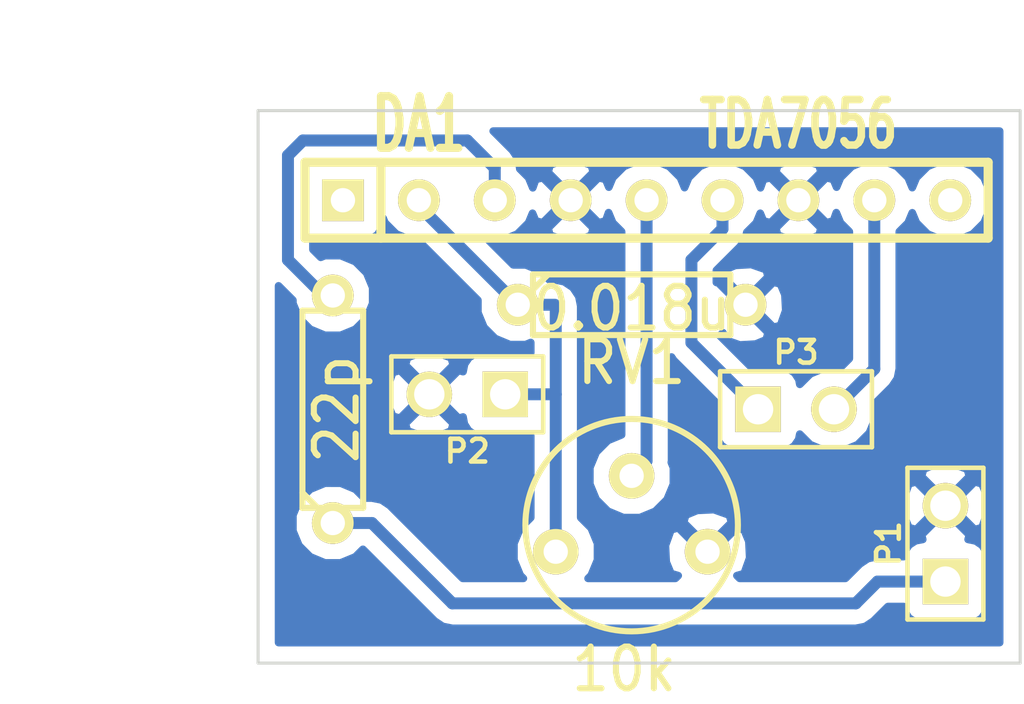
<source format=kicad_pcb>
(kicad_pcb (version 4) (host pcbnew 4.0.2+dfsg1-stable)

  (general
    (links 13)
    (no_connects 0)
    (area 126.449999 87.949999 152.050001 106.550001)
    (thickness 1.6)
    (drawings 6)
    (tracks 27)
    (zones 0)
    (modules 7)
    (nets 8)
  )

  (page A4)
  (title_block
    (rev B)
  )

  (layers
    (0 F.Cu signal)
    (31 B.Cu signal)
    (32 B.Adhes user)
    (33 F.Adhes user)
    (34 B.Paste user)
    (35 F.Paste user)
    (36 B.SilkS user)
    (37 F.SilkS user)
    (38 B.Mask user)
    (39 F.Mask user)
    (40 Dwgs.User user)
    (41 Cmts.User user)
    (42 Eco1.User user)
    (43 Eco2.User user)
    (44 Edge.Cuts user)
  )

  (setup
    (last_trace_width 0.4)
    (trace_clearance 0.3)
    (zone_clearance 0.508)
    (zone_45_only no)
    (trace_min 0.254)
    (segment_width 0.2)
    (edge_width 0.1)
    (via_size 1)
    (via_drill 0.6)
    (via_min_size 0.889)
    (via_min_drill 0.508)
    (uvia_size 0.508)
    (uvia_drill 0.127)
    (uvias_allowed no)
    (uvia_min_size 0.508)
    (uvia_min_drill 0.127)
    (pcb_text_width 0.3)
    (pcb_text_size 1.5 1.5)
    (mod_edge_width 0.15)
    (mod_text_size 1 1)
    (mod_text_width 0.15)
    (pad_size 1.5 1.5)
    (pad_drill 0.6)
    (pad_to_mask_clearance 0)
    (aux_axis_origin 0 0)
    (visible_elements FFFFFFAF)
    (pcbplotparams
      (layerselection 0x00030_80000001)
      (usegerberextensions true)
      (excludeedgelayer true)
      (linewidth 0.150000)
      (plotframeref false)
      (viasonmask false)
      (mode 1)
      (useauxorigin false)
      (hpglpennumber 1)
      (hpglpenspeed 20)
      (hpglpendiameter 15)
      (hpglpenoverlay 2)
      (psnegative false)
      (psa4output false)
      (plotreference true)
      (plotvalue true)
      (plotinvisibletext false)
      (padsonsilk false)
      (subtractmaskfromsilk false)
      (outputformat 1)
      (mirror false)
      (drillshape 1)
      (scaleselection 1)
      (outputdirectory ""))
  )

  (net 0 "")
  (net 1 GND)
  (net 2 "Net-(C1-Pad1)")
  (net 3 "Net-(C1-Pad2)")
  (net 4 "Net-(C2-Pad1)")
  (net 5 "Net-(DA1-Pad5)")
  (net 6 "Net-(DA1-Pad6)")
  (net 7 "Net-(DA1-Pad8)")

  (net_class Default "This is the default net class."
    (clearance 0.3)
    (trace_width 0.4)
    (via_dia 1)
    (via_drill 0.6)
    (uvia_dia 0.508)
    (uvia_drill 0.127)
    (add_net GND)
    (add_net "Net-(C1-Pad1)")
    (add_net "Net-(C1-Pad2)")
    (add_net "Net-(C2-Pad1)")
    (add_net "Net-(DA1-Pad5)")
    (add_net "Net-(DA1-Pad6)")
    (add_net "Net-(DA1-Pad8)")
  )

  (module SIL-9 (layer F.Cu) (tedit 200000) (tstamp 54995A09)
    (at 139.5 91)
    (descr "Connecteur 9 pins")
    (tags "CONN DEV")
    (path /54995A65)
    (fp_text reference DA1 (at -7.62 -2.54) (layer F.SilkS)
      (effects (font (size 1.72974 1.08712) (thickness 0.3048)))
    )
    (fp_text value TDA7056 (at 5.08 -2.54) (layer F.SilkS)
      (effects (font (size 1.524 1.016) (thickness 0.3048)))
    )
    (fp_line (start 11.43 -1.27) (end 11.43 1.27) (layer F.SilkS) (width 0.3048))
    (fp_line (start 11.43 1.27) (end -11.43 1.27) (layer F.SilkS) (width 0.3048))
    (fp_line (start -11.43 1.27) (end -11.43 -1.27) (layer F.SilkS) (width 0.3048))
    (fp_line (start 11.43 -1.27) (end -11.43 -1.27) (layer F.SilkS) (width 0.3048))
    (fp_line (start -8.89 -1.27) (end -8.89 1.27) (layer F.SilkS) (width 0.3048))
    (pad 1 thru_hole rect (at -10.16 0) (size 1.397 1.397) (drill 0.8128) (layers *.Cu *.Mask F.SilkS))
    (pad 2 thru_hole circle (at -7.62 0) (size 1.397 1.397) (drill 0.8128) (layers *.Cu *.Mask F.SilkS)
      (net 4 "Net-(C2-Pad1)"))
    (pad 3 thru_hole circle (at -5.08 0) (size 1.397 1.397) (drill 0.8128) (layers *.Cu *.Mask F.SilkS)
      (net 3 "Net-(C1-Pad2)"))
    (pad 4 thru_hole circle (at -2.54 0) (size 1.397 1.397) (drill 0.8128) (layers *.Cu *.Mask F.SilkS)
      (net 1 GND))
    (pad 5 thru_hole circle (at 0 0) (size 1.397 1.397) (drill 0.8128) (layers *.Cu *.Mask F.SilkS)
      (net 5 "Net-(DA1-Pad5)"))
    (pad 6 thru_hole circle (at 2.54 0) (size 1.397 1.397) (drill 0.8128) (layers *.Cu *.Mask F.SilkS)
      (net 6 "Net-(DA1-Pad6)"))
    (pad 7 thru_hole circle (at 5.08 0) (size 1.397 1.397) (drill 0.8128) (layers *.Cu *.Mask F.SilkS)
      (net 1 GND))
    (pad 8 thru_hole circle (at 7.62 0) (size 1.397 1.397) (drill 0.8128) (layers *.Cu *.Mask F.SilkS)
      (net 7 "Net-(DA1-Pad8)"))
    (pad 9 thru_hole circle (at 10.16 0) (size 1.397 1.397) (drill 0.8128) (layers *.Cu *.Mask F.SilkS))
  )

  (module RV2 (layer F.Cu) (tedit 3FA15781) (tstamp 54995A11)
    (at 139 101.5)
    (descr "Resistance variable / potentiometre")
    (tags R)
    (path /54971E05)
    (autoplace_cost90 10)
    (autoplace_cost180 10)
    (fp_text reference RV1 (at 0 -5.08) (layer F.SilkS)
      (effects (font (size 1.397 1.27) (thickness 0.2032)))
    )
    (fp_text value 10k (at -0.254 5.207) (layer F.SilkS)
      (effects (font (size 1.397 1.27) (thickness 0.2032)))
    )
    (fp_circle (center 0 0.381) (end 0 -3.175) (layer F.SilkS) (width 0.2032))
    (pad 1 thru_hole circle (at -2.54 1.27) (size 1.524 1.524) (drill 0.8128) (layers *.Cu *.Mask F.SilkS)
      (net 4 "Net-(C2-Pad1)"))
    (pad 2 thru_hole circle (at 0 -1.27) (size 1.524 1.524) (drill 0.8128) (layers *.Cu *.Mask F.SilkS)
      (net 5 "Net-(DA1-Pad5)"))
    (pad 3 thru_hole circle (at 2.54 1.27) (size 1.524 1.524) (drill 0.8128) (layers *.Cu *.Mask F.SilkS)
      (net 1 GND))
    (model discret/adjustable_rx2.wrl
      (at (xyz 0 0 0))
      (scale (xyz 1 1 1))
      (rotate (xyz 0 0 0))
    )
  )

  (module PIN_ARRAY_2X1 (layer F.Cu) (tedit 4565C520) (tstamp 54995A23)
    (at 149.5 102.5 90)
    (descr "Connecteurs 2 pins")
    (tags "CONN DEV")
    (path /5C97B41E)
    (fp_text reference P1 (at 0 -1.905 90) (layer F.SilkS)
      (effects (font (size 0.762 0.762) (thickness 0.1524)))
    )
    (fp_text value In (at 0 -1.905 90) (layer F.SilkS) hide
      (effects (font (size 0.762 0.762) (thickness 0.1524)))
    )
    (fp_line (start -2.54 1.27) (end -2.54 -1.27) (layer F.SilkS) (width 0.1524))
    (fp_line (start -2.54 -1.27) (end 2.54 -1.27) (layer F.SilkS) (width 0.1524))
    (fp_line (start 2.54 -1.27) (end 2.54 1.27) (layer F.SilkS) (width 0.1524))
    (fp_line (start 2.54 1.27) (end -2.54 1.27) (layer F.SilkS) (width 0.1524))
    (pad 1 thru_hole rect (at -1.27 0 90) (size 1.524 1.524) (drill 1.016) (layers *.Cu *.Mask F.SilkS)
      (net 2 "Net-(C1-Pad1)"))
    (pad 2 thru_hole circle (at 1.27 0 90) (size 1.524 1.524) (drill 1.016) (layers *.Cu *.Mask F.SilkS)
      (net 1 GND))
    (model pin_array/pins_array_2x1.wrl
      (at (xyz 0 0 0))
      (scale (xyz 1 1 1))
      (rotate (xyz 0 0 0))
    )
  )

  (module PIN_ARRAY_2X1 (layer F.Cu) (tedit 4565C520) (tstamp 54995A2D)
    (at 144.5 98)
    (descr "Connecteurs 2 pins")
    (tags "CONN DEV")
    (path /5C97B25B)
    (fp_text reference P3 (at 0 -1.905) (layer F.SilkS)
      (effects (font (size 0.762 0.762) (thickness 0.1524)))
    )
    (fp_text value Out (at 0 -1.905) (layer F.SilkS) hide
      (effects (font (size 0.762 0.762) (thickness 0.1524)))
    )
    (fp_line (start -2.54 1.27) (end -2.54 -1.27) (layer F.SilkS) (width 0.1524))
    (fp_line (start -2.54 -1.27) (end 2.54 -1.27) (layer F.SilkS) (width 0.1524))
    (fp_line (start 2.54 -1.27) (end 2.54 1.27) (layer F.SilkS) (width 0.1524))
    (fp_line (start 2.54 1.27) (end -2.54 1.27) (layer F.SilkS) (width 0.1524))
    (pad 1 thru_hole rect (at -1.27 0) (size 1.524 1.524) (drill 1.016) (layers *.Cu *.Mask F.SilkS)
      (net 6 "Net-(DA1-Pad6)"))
    (pad 2 thru_hole circle (at 1.27 0) (size 1.524 1.524) (drill 1.016) (layers *.Cu *.Mask F.SilkS)
      (net 7 "Net-(DA1-Pad8)"))
    (model pin_array/pins_array_2x1.wrl
      (at (xyz 0 0 0))
      (scale (xyz 1 1 1))
      (rotate (xyz 0 0 0))
    )
  )

  (module PIN_ARRAY_2X1 (layer F.Cu) (tedit 4565C520) (tstamp 54995A37)
    (at 133.5 97.5 180)
    (descr "Connecteurs 2 pins")
    (tags "CONN DEV")
    (path /5C97B4AA)
    (fp_text reference P2 (at 0 -1.905 180) (layer F.SilkS)
      (effects (font (size 0.762 0.762) (thickness 0.1524)))
    )
    (fp_text value Pwr (at 0 -1.905 180) (layer F.SilkS) hide
      (effects (font (size 0.762 0.762) (thickness 0.1524)))
    )
    (fp_line (start -2.54 1.27) (end -2.54 -1.27) (layer F.SilkS) (width 0.1524))
    (fp_line (start -2.54 -1.27) (end 2.54 -1.27) (layer F.SilkS) (width 0.1524))
    (fp_line (start 2.54 -1.27) (end 2.54 1.27) (layer F.SilkS) (width 0.1524))
    (fp_line (start 2.54 1.27) (end -2.54 1.27) (layer F.SilkS) (width 0.1524))
    (pad 1 thru_hole rect (at -1.27 0 180) (size 1.524 1.524) (drill 1.016) (layers *.Cu *.Mask F.SilkS)
      (net 4 "Net-(C2-Pad1)"))
    (pad 2 thru_hole circle (at 1.27 0 180) (size 1.524 1.524) (drill 1.016) (layers *.Cu *.Mask F.SilkS)
      (net 1 GND))
    (model pin_array/pins_array_2x1.wrl
      (at (xyz 0 0 0))
      (scale (xyz 1 1 1))
      (rotate (xyz 0 0 0))
    )
  )

  (module R3 (layer F.Cu) (tedit 4E4C0E65) (tstamp 54995A5A)
    (at 139 94.5)
    (descr "Resitance 3 pas")
    (tags R)
    (path /54995A6B)
    (autoplace_cost180 10)
    (fp_text reference C2 (at 0 0.127) (layer F.SilkS) hide
      (effects (font (size 1.397 1.27) (thickness 0.2032)))
    )
    (fp_text value 0.018u (at 0 0.127) (layer F.SilkS)
      (effects (font (size 1.397 1.27) (thickness 0.2032)))
    )
    (fp_line (start -3.81 0) (end -3.302 0) (layer F.SilkS) (width 0.2032))
    (fp_line (start 3.81 0) (end 3.302 0) (layer F.SilkS) (width 0.2032))
    (fp_line (start 3.302 0) (end 3.302 -1.016) (layer F.SilkS) (width 0.2032))
    (fp_line (start 3.302 -1.016) (end -3.302 -1.016) (layer F.SilkS) (width 0.2032))
    (fp_line (start -3.302 -1.016) (end -3.302 1.016) (layer F.SilkS) (width 0.2032))
    (fp_line (start -3.302 1.016) (end 3.302 1.016) (layer F.SilkS) (width 0.2032))
    (fp_line (start 3.302 1.016) (end 3.302 0) (layer F.SilkS) (width 0.2032))
    (fp_line (start -3.302 -0.508) (end -2.794 -1.016) (layer F.SilkS) (width 0.2032))
    (pad 1 thru_hole circle (at -3.81 0) (size 1.397 1.397) (drill 0.8128) (layers *.Cu *.Mask F.SilkS)
      (net 4 "Net-(C2-Pad1)"))
    (pad 2 thru_hole circle (at 3.81 0) (size 1.397 1.397) (drill 0.8128) (layers *.Cu *.Mask F.SilkS)
      (net 1 GND))
    (model discret/resistor.wrl
      (at (xyz 0 0 0))
      (scale (xyz 0.3 0.3 0.3))
      (rotate (xyz 0 0 0))
    )
  )

  (module R3 (layer F.Cu) (tedit 4E4C0E65) (tstamp 54995A19)
    (at 129 98 90)
    (descr "Resitance 3 pas")
    (tags R)
    (path /54971DBA)
    (autoplace_cost180 10)
    (fp_text reference C1 (at 0 0.127 90) (layer F.SilkS) hide
      (effects (font (size 1.397 1.27) (thickness 0.2032)))
    )
    (fp_text value 22p (at 0 0.127 90) (layer F.SilkS)
      (effects (font (size 1.397 1.27) (thickness 0.2032)))
    )
    (fp_line (start -3.81 0) (end -3.302 0) (layer F.SilkS) (width 0.2032))
    (fp_line (start 3.81 0) (end 3.302 0) (layer F.SilkS) (width 0.2032))
    (fp_line (start 3.302 0) (end 3.302 -1.016) (layer F.SilkS) (width 0.2032))
    (fp_line (start 3.302 -1.016) (end -3.302 -1.016) (layer F.SilkS) (width 0.2032))
    (fp_line (start -3.302 -1.016) (end -3.302 1.016) (layer F.SilkS) (width 0.2032))
    (fp_line (start -3.302 1.016) (end 3.302 1.016) (layer F.SilkS) (width 0.2032))
    (fp_line (start 3.302 1.016) (end 3.302 0) (layer F.SilkS) (width 0.2032))
    (fp_line (start -3.302 -0.508) (end -2.794 -1.016) (layer F.SilkS) (width 0.2032))
    (pad 1 thru_hole circle (at -3.81 0 90) (size 1.397 1.397) (drill 0.8128) (layers *.Cu *.Mask F.SilkS)
      (net 2 "Net-(C1-Pad1)"))
    (pad 2 thru_hole circle (at 3.81 0 90) (size 1.397 1.397) (drill 0.8128) (layers *.Cu *.Mask F.SilkS)
      (net 3 "Net-(C1-Pad2)"))
    (model discret/resistor.wrl
      (at (xyz 0 0 0))
      (scale (xyz 0.3 0.3 0.3))
      (rotate (xyz 0 0 0))
    )
  )

  (dimension 18.5 (width 0.3) (layer Dwgs.User)
    (gr_text "18.500 mm" (at 124.15 97.25 270) (layer Dwgs.User)
      (effects (font (size 1.5 1.5) (thickness 0.3)))
    )
    (feature1 (pts (xy 126.5 106.5) (xy 122.8 106.5)))
    (feature2 (pts (xy 126.5 88) (xy 122.8 88)))
    (crossbar (pts (xy 125.5 88) (xy 125.5 106.5)))
    (arrow1a (pts (xy 125.5 106.5) (xy 124.91358 105.373497)))
    (arrow1b (pts (xy 125.5 106.5) (xy 126.08642 105.373497)))
    (arrow2a (pts (xy 125.5 88) (xy 124.91358 89.126503)))
    (arrow2b (pts (xy 125.5 88) (xy 126.08642 89.126503)))
  )
  (dimension 25.5 (width 0.3) (layer Dwgs.User)
    (gr_text "25.500 mm" (at 139.25 86.150001) (layer Dwgs.User)
      (effects (font (size 1.5 1.5) (thickness 0.3)))
    )
    (feature1 (pts (xy 152 88) (xy 152 84.800001)))
    (feature2 (pts (xy 126.5 88) (xy 126.5 84.800001)))
    (crossbar (pts (xy 126.5 87.500001) (xy 152 87.500001)))
    (arrow1a (pts (xy 152 87.500001) (xy 150.873497 88.086421)))
    (arrow1b (pts (xy 152 87.500001) (xy 150.873497 86.913581)))
    (arrow2a (pts (xy 126.5 87.500001) (xy 127.626503 88.086421)))
    (arrow2b (pts (xy 126.5 87.500001) (xy 127.626503 86.913581)))
  )
  (gr_line (start 152 106.5) (end 152 88) (angle 90) (layer Edge.Cuts) (width 0.1))
  (gr_line (start 126.5 106.5) (end 152 106.5) (angle 90) (layer Edge.Cuts) (width 0.1))
  (gr_line (start 126.5 88) (end 126.5 106.5) (angle 90) (layer Edge.Cuts) (width 0.1))
  (gr_line (start 152 88) (end 126.5 88) (angle 90) (layer Edge.Cuts) (width 0.1))

  (segment (start 129 101.81) (end 130.31 101.81) (width 0.4) (layer B.Cu) (net 2))
  (segment (start 147.23 103.77) (end 149.5 103.77) (width 0.4) (layer B.Cu) (net 2) (tstamp 54995AE2))
  (segment (start 146.5 104.5) (end 147.23 103.77) (width 0.4) (layer B.Cu) (net 2) (tstamp 54995AE1))
  (segment (start 133 104.5) (end 146.5 104.5) (width 0.4) (layer B.Cu) (net 2) (tstamp 54995ADF))
  (segment (start 130.31 101.81) (end 133 104.5) (width 0.4) (layer B.Cu) (net 2) (tstamp 54995ADE))
  (segment (start 129 94.19) (end 128.69 94.19) (width 0.4) (layer B.Cu) (net 3))
  (segment (start 134.42 89.92) (end 134.42 91) (width 0.4) (layer B.Cu) (net 3) (tstamp 54995ADB))
  (segment (start 133.5 89) (end 134.42 89.92) (width 0.4) (layer B.Cu) (net 3) (tstamp 54995ADA))
  (segment (start 128 89) (end 133.5 89) (width 0.4) (layer B.Cu) (net 3) (tstamp 54995AD9))
  (segment (start 127.5 89.5) (end 128 89) (width 0.4) (layer B.Cu) (net 3) (tstamp 54995AD8))
  (segment (start 127.5 93) (end 127.5 89.5) (width 0.4) (layer B.Cu) (net 3) (tstamp 54995AD7))
  (segment (start 128.69 94.19) (end 127.5 93) (width 0.4) (layer B.Cu) (net 3) (tstamp 54995AD6))
  (segment (start 136.46 97.5) (end 134.77 97.5) (width 0.4) (layer B.Cu) (net 4))
  (segment (start 131.88 91) (end 131.88 91.19) (width 0.4) (layer B.Cu) (net 4))
  (segment (start 131.88 91.19) (end 135.19 94.5) (width 0.4) (layer B.Cu) (net 4) (tstamp 54995AD3))
  (segment (start 136.46 102.77) (end 136.46 97.5) (width 0.4) (layer B.Cu) (net 4))
  (segment (start 136.46 97.5) (end 136.46 94.54) (width 0.4) (layer B.Cu) (net 4) (tstamp 54995AE5))
  (segment (start 136.42 94.5) (end 135.19 94.5) (width 0.4) (layer B.Cu) (net 4) (tstamp 54995AD0))
  (segment (start 136.46 94.54) (end 136.42 94.5) (width 0.4) (layer B.Cu) (net 4) (tstamp 54995ACF))
  (segment (start 139.5 91) (end 139.5 99.73) (width 0.4) (layer B.Cu) (net 5))
  (segment (start 139.5 99.73) (end 139 100.23) (width 0.4) (layer B.Cu) (net 5) (tstamp 54995AC0))
  (segment (start 142.04 91) (end 142.04 91.96) (width 0.4) (layer B.Cu) (net 6))
  (segment (start 141 95.77) (end 143.23 98) (width 0.4) (layer B.Cu) (net 6) (tstamp 54995ACB))
  (segment (start 141 93) (end 141 95.77) (width 0.4) (layer B.Cu) (net 6) (tstamp 54995ACA))
  (segment (start 142.04 91.96) (end 141 93) (width 0.4) (layer B.Cu) (net 6) (tstamp 54995AC9))
  (segment (start 147.12 91) (end 147.12 96.65) (width 0.4) (layer B.Cu) (net 7))
  (segment (start 147.12 96.65) (end 145.77 98) (width 0.4) (layer B.Cu) (net 7) (tstamp 54995AC3))

  (zone (net 1) (net_name GND) (layer B.Cu) (tstamp 54995AE9) (hatch edge 0.508)
    (connect_pads (clearance 0.508))
    (min_thickness 0.254)
    (fill yes (arc_segments 16) (thermal_gap 0.508) (thermal_bridge_width 0.508))
    (polygon
      (pts
        (xy 152 106.5) (xy 126.5 106.5) (xy 126.5 88) (xy 152 88)
      )
    )
    (filled_polygon
      (pts
        (xy 151.315 105.815) (xy 127.185 105.815) (xy 127.185 98.480213) (xy 131.429392 98.480213) (xy 131.498857 98.722397)
        (xy 132.022302 98.909144) (xy 132.577368 98.881362) (xy 132.961143 98.722397) (xy 133.030608 98.480213) (xy 132.23 97.679605)
        (xy 131.429392 98.480213) (xy 127.185 98.480213) (xy 127.185 97.292302) (xy 130.820856 97.292302) (xy 130.848638 97.847368)
        (xy 131.007603 98.231143) (xy 131.249787 98.300608) (xy 132.050395 97.5) (xy 131.249787 96.699392) (xy 131.007603 96.768857)
        (xy 130.820856 97.292302) (xy 127.185 97.292302) (xy 127.185 96.519787) (xy 131.429392 96.519787) (xy 132.23 97.320395)
        (xy 133.030608 96.519787) (xy 132.961143 96.277603) (xy 132.437698 96.090856) (xy 131.882632 96.118638) (xy 131.498857 96.277603)
        (xy 131.429392 96.519787) (xy 127.185 96.519787) (xy 127.185 93.865868) (xy 127.666362 94.34723) (xy 127.666269 94.454086)
        (xy 127.868854 94.94438) (xy 128.243647 95.319827) (xy 128.733587 95.523268) (xy 129.264086 95.523731) (xy 129.75438 95.321146)
        (xy 130.129827 94.946353) (xy 130.333268 94.456413) (xy 130.333731 93.925914) (xy 130.131146 93.43562) (xy 129.756353 93.060173)
        (xy 129.266413 92.856732) (xy 128.735914 92.856269) (xy 128.595256 92.914388) (xy 128.335 92.654132) (xy 128.335 92.257618)
        (xy 128.38961 92.294931) (xy 128.6415 92.34594) (xy 130.0385 92.34594) (xy 130.273817 92.301662) (xy 130.489941 92.16259)
        (xy 130.634931 91.95039) (xy 130.68594 91.6985) (xy 130.68594 91.602116) (xy 130.748854 91.75438) (xy 131.123647 92.129827)
        (xy 131.613587 92.333268) (xy 131.8426 92.333468) (xy 133.856633 94.347501) (xy 133.856269 94.764086) (xy 134.058854 95.25438)
        (xy 134.433647 95.629827) (xy 134.923587 95.833268) (xy 135.454086 95.833731) (xy 135.625 95.763111) (xy 135.625 96.109393)
        (xy 135.532 96.09056) (xy 134.008 96.09056) (xy 133.772683 96.134838) (xy 133.556559 96.27391) (xy 133.411569 96.48611)
        (xy 133.36056 96.738) (xy 133.36056 96.742516) (xy 133.210213 96.699392) (xy 132.409605 97.5) (xy 133.210213 98.300608)
        (xy 133.36056 98.257484) (xy 133.36056 98.262) (xy 133.404838 98.497317) (xy 133.54391 98.713441) (xy 133.75611 98.858431)
        (xy 134.008 98.90944) (xy 135.532 98.90944) (xy 135.625 98.891941) (xy 135.625 101.629609) (xy 135.276371 101.97763)
        (xy 135.063243 102.4909) (xy 135.062758 103.046661) (xy 135.27499 103.560303) (xy 135.379504 103.665) (xy 133.345869 103.665)
        (xy 130.900434 101.219566) (xy 130.629541 101.038561) (xy 130.31 100.975) (xy 130.050666 100.975) (xy 129.756353 100.680173)
        (xy 129.266413 100.476732) (xy 128.735914 100.476269) (xy 128.24562 100.678854) (xy 127.870173 101.053647) (xy 127.666732 101.543587)
        (xy 127.666269 102.074086) (xy 127.868854 102.56438) (xy 128.243647 102.939827) (xy 128.733587 103.143268) (xy 129.264086 103.143731)
        (xy 129.75438 102.941146) (xy 130.007549 102.688418) (xy 132.409565 105.090434) (xy 132.476506 105.135162) (xy 132.680459 105.271439)
        (xy 133 105.335) (xy 146.5 105.335) (xy 146.819541 105.271439) (xy 147.090434 105.090434) (xy 147.575868 104.605)
        (xy 148.104296 104.605) (xy 148.134838 104.767317) (xy 148.27391 104.983441) (xy 148.48611 105.128431) (xy 148.738 105.17944)
        (xy 150.262 105.17944) (xy 150.497317 105.135162) (xy 150.713441 104.99609) (xy 150.858431 104.78389) (xy 150.90944 104.532)
        (xy 150.90944 103.008) (xy 150.865162 102.772683) (xy 150.72609 102.556559) (xy 150.51389 102.411569) (xy 150.262 102.36056)
        (xy 150.257484 102.36056) (xy 150.300608 102.210213) (xy 149.5 101.409605) (xy 148.699392 102.210213) (xy 148.742516 102.36056)
        (xy 148.738 102.36056) (xy 148.502683 102.404838) (xy 148.286559 102.54391) (xy 148.141569 102.75611) (xy 148.105343 102.935)
        (xy 147.23 102.935) (xy 146.910459 102.998561) (xy 146.774298 103.089541) (xy 146.639566 103.179566) (xy 146.154132 103.665)
        (xy 142.614608 103.665) (xy 142.520215 103.570607) (xy 142.762397 103.501143) (xy 142.949144 102.977698) (xy 142.921362 102.422632)
        (xy 142.762397 102.038857) (xy 142.520213 101.969392) (xy 141.719605 102.77) (xy 141.733748 102.784143) (xy 141.554143 102.963748)
        (xy 141.54 102.949605) (xy 141.525858 102.963748) (xy 141.346253 102.784143) (xy 141.360395 102.77) (xy 140.559787 101.969392)
        (xy 140.317603 102.038857) (xy 140.130856 102.562302) (xy 140.158638 103.117368) (xy 140.317603 103.501143) (xy 140.559785 103.570607)
        (xy 140.465392 103.665) (xy 137.54082 103.665) (xy 137.643629 103.56237) (xy 137.856757 103.0491) (xy 137.857242 102.493339)
        (xy 137.64501 101.979697) (xy 137.455432 101.789787) (xy 140.739392 101.789787) (xy 141.54 102.590395) (xy 142.340608 101.789787)
        (xy 142.271143 101.547603) (xy 141.747698 101.360856) (xy 141.192632 101.388638) (xy 140.808857 101.547603) (xy 140.739392 101.789787)
        (xy 137.455432 101.789787) (xy 137.295 101.629075) (xy 137.295 94.54) (xy 137.288941 94.50954) (xy 137.23144 94.22046)
        (xy 137.050434 93.949566) (xy 137.010434 93.909566) (xy 136.803712 93.771439) (xy 136.739541 93.728561) (xy 136.42 93.665)
        (xy 136.240666 93.665) (xy 135.946353 93.370173) (xy 135.456413 93.166732) (xy 135.037234 93.166366) (xy 134.20418 92.333312)
        (xy 134.684086 92.333731) (xy 135.17438 92.131146) (xy 135.371681 91.934188) (xy 136.205417 91.934188) (xy 136.267071 92.1698)
        (xy 136.76748 92.345927) (xy 137.297199 92.317148) (xy 137.652929 92.1698) (xy 137.714583 91.934188) (xy 136.96 91.179605)
        (xy 136.205417 91.934188) (xy 135.371681 91.934188) (xy 135.549827 91.756353) (xy 135.683314 91.434882) (xy 135.7902 91.692929)
        (xy 136.025812 91.754583) (xy 136.780395 91) (xy 137.139605 91) (xy 137.894188 91.754583) (xy 138.1298 91.692929)
        (xy 138.228083 91.413688) (xy 138.368854 91.75438) (xy 138.665 92.051043) (xy 138.665 98.856863) (xy 138.209697 99.04499)
        (xy 137.816371 99.43763) (xy 137.603243 99.9509) (xy 137.602758 100.506661) (xy 137.81499 101.020303) (xy 138.20763 101.413629)
        (xy 138.7209 101.626757) (xy 139.276661 101.627242) (xy 139.790303 101.41501) (xy 140.183629 101.02237) (xy 140.183657 101.022302)
        (xy 148.090856 101.022302) (xy 148.118638 101.577368) (xy 148.277603 101.961143) (xy 148.519787 102.030608) (xy 149.320395 101.23)
        (xy 149.679605 101.23) (xy 150.480213 102.030608) (xy 150.722397 101.961143) (xy 150.909144 101.437698) (xy 150.881362 100.882632)
        (xy 150.722397 100.498857) (xy 150.480213 100.429392) (xy 149.679605 101.23) (xy 149.320395 101.23) (xy 148.519787 100.429392)
        (xy 148.277603 100.498857) (xy 148.090856 101.022302) (xy 140.183657 101.022302) (xy 140.396757 100.5091) (xy 140.396983 100.249787)
        (xy 148.699392 100.249787) (xy 149.5 101.050395) (xy 150.300608 100.249787) (xy 150.231143 100.007603) (xy 149.707698 99.820856)
        (xy 149.152632 99.848638) (xy 148.768857 100.007603) (xy 148.699392 100.249787) (xy 140.396983 100.249787) (xy 140.397242 99.953339)
        (xy 140.325238 99.779076) (xy 140.335 99.73) (xy 140.335 96.248838) (xy 140.35422 96.277603) (xy 140.409566 96.360434)
        (xy 141.82056 97.771428) (xy 141.82056 98.762) (xy 141.864838 98.997317) (xy 142.00391 99.213441) (xy 142.21611 99.358431)
        (xy 142.468 99.40944) (xy 143.992 99.40944) (xy 144.227317 99.365162) (xy 144.443441 99.22609) (xy 144.588431 99.01389)
        (xy 144.625492 98.830876) (xy 144.97763 99.183629) (xy 145.4909 99.396757) (xy 146.046661 99.397242) (xy 146.560303 99.18501)
        (xy 146.953629 98.79237) (xy 147.166757 98.2791) (xy 147.167189 97.783679) (xy 147.710434 97.240434) (xy 147.869294 97.002683)
        (xy 147.891439 96.969541) (xy 147.955 96.65) (xy 147.955 92.050666) (xy 148.249827 91.756353) (xy 148.390094 91.418554)
        (xy 148.528854 91.75438) (xy 148.903647 92.129827) (xy 149.393587 92.333268) (xy 149.924086 92.333731) (xy 150.41438 92.131146)
        (xy 150.789827 91.756353) (xy 150.993268 91.266413) (xy 150.993731 90.735914) (xy 150.791146 90.24562) (xy 150.416353 89.870173)
        (xy 149.926413 89.666732) (xy 149.395914 89.666269) (xy 148.90562 89.868854) (xy 148.530173 90.243647) (xy 148.389906 90.581446)
        (xy 148.251146 90.24562) (xy 147.876353 89.870173) (xy 147.386413 89.666732) (xy 146.855914 89.666269) (xy 146.36562 89.868854)
        (xy 145.990173 90.243647) (xy 145.856686 90.565118) (xy 145.7498 90.307071) (xy 145.514188 90.245417) (xy 144.759605 91)
        (xy 145.514188 91.754583) (xy 145.7498 91.692929) (xy 145.848083 91.413688) (xy 145.988854 91.75438) (xy 146.285 92.051043)
        (xy 146.285 96.304132) (xy 145.985944 96.603188) (xy 145.493339 96.602758) (xy 144.979697 96.81499) (xy 144.626237 97.167833)
        (xy 144.595162 97.002683) (xy 144.45609 96.786559) (xy 144.24389 96.641569) (xy 143.992 96.59056) (xy 143.001428 96.59056)
        (xy 141.950238 95.53937) (xy 142.055418 95.43419) (xy 142.117071 95.6698) (xy 142.61748 95.845927) (xy 143.147199 95.817148)
        (xy 143.502929 95.6698) (xy 143.564583 95.434188) (xy 142.81 94.679605) (xy 142.795858 94.693748) (xy 142.616253 94.514143)
        (xy 142.630395 94.5) (xy 142.989605 94.5) (xy 143.744188 95.254583) (xy 143.9798 95.192929) (xy 144.155927 94.69252)
        (xy 144.127148 94.162801) (xy 143.9798 93.807071) (xy 143.744188 93.745417) (xy 142.989605 94.5) (xy 142.630395 94.5)
        (xy 141.875812 93.745417) (xy 141.835 93.756097) (xy 141.835 93.565812) (xy 142.055417 93.565812) (xy 142.81 94.320395)
        (xy 143.564583 93.565812) (xy 143.502929 93.3302) (xy 143.00252 93.154073) (xy 142.472801 93.182852) (xy 142.117071 93.3302)
        (xy 142.055417 93.565812) (xy 141.835 93.565812) (xy 141.835 93.345868) (xy 142.630434 92.550434) (xy 142.724559 92.409566)
        (xy 142.811439 92.279541) (xy 142.852497 92.07313) (xy 142.991681 91.934188) (xy 143.825417 91.934188) (xy 143.887071 92.1698)
        (xy 144.38748 92.345927) (xy 144.917199 92.317148) (xy 145.272929 92.1698) (xy 145.334583 91.934188) (xy 144.58 91.179605)
        (xy 143.825417 91.934188) (xy 142.991681 91.934188) (xy 143.169827 91.756353) (xy 143.303314 91.434882) (xy 143.4102 91.692929)
        (xy 143.645812 91.754583) (xy 144.400395 91) (xy 143.645812 90.245417) (xy 143.4102 90.307071) (xy 143.311917 90.586312)
        (xy 143.171146 90.24562) (xy 142.991652 90.065812) (xy 143.825417 90.065812) (xy 144.58 90.820395) (xy 145.334583 90.065812)
        (xy 145.272929 89.8302) (xy 144.77252 89.654073) (xy 144.242801 89.682852) (xy 143.887071 89.8302) (xy 143.825417 90.065812)
        (xy 142.991652 90.065812) (xy 142.796353 89.870173) (xy 142.306413 89.666732) (xy 141.775914 89.666269) (xy 141.28562 89.868854)
        (xy 140.910173 90.243647) (xy 140.769906 90.581446) (xy 140.631146 90.24562) (xy 140.256353 89.870173) (xy 139.766413 89.666732)
        (xy 139.235914 89.666269) (xy 138.74562 89.868854) (xy 138.370173 90.243647) (xy 138.236686 90.565118) (xy 138.1298 90.307071)
        (xy 137.894188 90.245417) (xy 137.139605 91) (xy 136.780395 91) (xy 136.025812 90.245417) (xy 135.7902 90.307071)
        (xy 135.691917 90.586312) (xy 135.551146 90.24562) (xy 135.371652 90.065812) (xy 136.205417 90.065812) (xy 136.96 90.820395)
        (xy 137.714583 90.065812) (xy 137.652929 89.8302) (xy 137.15252 89.654073) (xy 136.622801 89.682852) (xy 136.267071 89.8302)
        (xy 136.205417 90.065812) (xy 135.371652 90.065812) (xy 135.255 89.948957) (xy 135.255 89.92) (xy 135.191439 89.600459)
        (xy 135.010434 89.329566) (xy 134.365868 88.685) (xy 151.315 88.685)
      )
    )
  )
)

</source>
